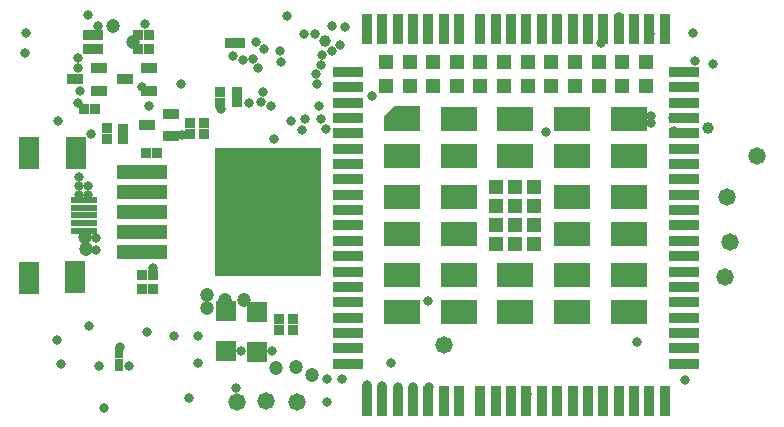
<source format=gbs>
G04 Layer_Color=16711935*
%FSLAX44Y44*%
%MOMM*%
G71*
G01*
G75*
%ADD73R,1.0000X1.0000*%
%ADD93R,0.8232X0.8232*%
%ADD96R,0.8232X0.8232*%
%ADD105R,1.4532X0.9032*%
%ADD111R,1.8032X1.7232*%
%ADD117C,1.2032*%
%ADD118C,0.8032*%
%ADD119C,1.4732*%
%ADD120C,1.0032*%
%ADD121R,2.3032X0.6032*%
%ADD122R,1.7032X2.7032*%
%ADD123R,2.6000X0.9000*%
%ADD124R,0.9000X2.6000*%
%ADD125R,1.2000X1.2000*%
%ADD126R,1.2000X1.2000*%
%ADD127R,3.1000X2.1000*%
%ADD128R,4.2032X1.2725*%
%ADD129R,9.0932X10.8632*%
%ADD130R,0.7432X0.9933*%
G36*
X345445Y244647D02*
X314445D01*
Y257037D01*
X323055Y265647D01*
X345445D01*
Y244647D01*
D02*
G37*
D73*
X329945Y255147D02*
D03*
D93*
X225921Y76087D02*
D03*
Y85087D02*
D03*
X238122Y76055D02*
D03*
Y85055D02*
D03*
X150241Y242132D02*
D03*
Y251132D02*
D03*
X162069Y251187D02*
D03*
Y242187D02*
D03*
X189962Y269078D02*
D03*
Y278078D02*
D03*
X176365Y268508D02*
D03*
Y277508D02*
D03*
X80137Y238068D02*
D03*
Y247068D02*
D03*
X93489Y237615D02*
D03*
Y246615D02*
D03*
D96*
X122500Y226294D02*
D03*
X113500D02*
D03*
X184214Y319340D02*
D03*
X193214D02*
D03*
X118889Y122807D02*
D03*
X109889D02*
D03*
X110199Y110759D02*
D03*
X119199D02*
D03*
X61121Y263015D02*
D03*
X70121D02*
D03*
X73025Y313670D02*
D03*
X64025D02*
D03*
X73025Y326007D02*
D03*
X64025D02*
D03*
X115697D02*
D03*
X106697D02*
D03*
X106635Y313670D02*
D03*
X115634D02*
D03*
D105*
X53357Y288393D02*
D03*
X73356Y278892D02*
D03*
Y297893D02*
D03*
X95421Y288393D02*
D03*
X115420Y278892D02*
D03*
Y297893D02*
D03*
X114217Y249785D02*
D03*
X134216Y240285D02*
D03*
Y259285D02*
D03*
D111*
X206976Y57436D02*
D03*
Y91636D02*
D03*
X180865Y58291D02*
D03*
Y92491D02*
D03*
D117*
X164855Y94490D02*
D03*
X164713Y105810D02*
D03*
X179849Y101471D02*
D03*
X196105D02*
D03*
X107205Y158875D02*
D03*
X120413D02*
D03*
X97553Y192911D02*
D03*
X111269D02*
D03*
X122881D02*
D03*
X61993Y154811D02*
D03*
X62501Y144651D02*
D03*
X85744Y333438D02*
D03*
X102672Y320052D02*
D03*
X240557Y44464D02*
D03*
X254050Y38424D02*
D03*
X223779Y43700D02*
D03*
D118*
X71137Y154303D02*
D03*
Y144143D02*
D03*
X113809Y158875D02*
D03*
X104665Y192911D02*
D03*
X117365D02*
D03*
X56430Y190157D02*
D03*
Y197999D02*
D03*
X56552Y205901D02*
D03*
X64212Y190400D02*
D03*
X64453Y198118D02*
D03*
X429241Y252803D02*
D03*
X569287Y34103D02*
D03*
X451581Y244003D02*
D03*
X73292Y45857D02*
D03*
X98483Y45314D02*
D03*
X513523Y340902D02*
D03*
X526747Y332880D02*
D03*
X578127Y304187D02*
D03*
X576668Y327618D02*
D03*
X200648Y268584D02*
D03*
X176662Y263042D02*
D03*
X157075Y48057D02*
D03*
X41351Y47769D02*
D03*
X37536Y67913D02*
D03*
X137312Y71470D02*
D03*
X157049Y71293D02*
D03*
X149350Y18411D02*
D03*
X55969Y268381D02*
D03*
X72979Y333303D02*
D03*
X64178Y342844D02*
D03*
X109753Y281900D02*
D03*
X112611Y335463D02*
D03*
X114472Y74824D02*
D03*
X206228Y319650D02*
D03*
X287292Y216839D02*
D03*
X284376Y203717D02*
D03*
X270515Y312488D02*
D03*
X281668Y333049D02*
D03*
X261703Y300649D02*
D03*
X261896Y309189D02*
D03*
X271096Y333484D02*
D03*
X278974Y35055D02*
D03*
X217377Y17216D02*
D03*
X203948Y305684D02*
D03*
X212020Y278029D02*
D03*
X210374Y269199D02*
D03*
X265557Y246603D02*
D03*
X219145Y266162D02*
D03*
X235847Y252990D02*
D03*
X261777Y255194D02*
D03*
X90871Y61878D02*
D03*
X266209Y15619D02*
D03*
X119130Y128836D02*
D03*
X266443Y34409D02*
D03*
X248197Y254453D02*
D03*
X245237Y245458D02*
D03*
X115545Y266102D02*
D03*
X77754Y10114D02*
D03*
X539874Y326952D02*
D03*
X340116Y223629D02*
D03*
X352270Y100426D02*
D03*
X220015Y58390D02*
D03*
X11360Y328007D02*
D03*
X11154Y310401D02*
D03*
X11988Y227882D02*
D03*
X66601Y242332D02*
D03*
X221602Y237727D02*
D03*
X143699Y241330D02*
D03*
X56090Y297624D02*
D03*
X55466Y306164D02*
D03*
X38557Y252879D02*
D03*
X57174Y278692D02*
D03*
X116314Y175887D02*
D03*
X108842Y175760D02*
D03*
X194149Y58291D02*
D03*
X304480Y274181D02*
D03*
X277813Y317267D02*
D03*
X422209Y337454D02*
D03*
X435125Y337331D02*
D03*
X448289Y337707D02*
D03*
X528693Y66229D02*
D03*
X435946Y21586D02*
D03*
X339414Y27978D02*
D03*
X352886Y27687D02*
D03*
X326240Y28126D02*
D03*
X313063Y28419D02*
D03*
X300619Y29737D02*
D03*
X321085Y48213D02*
D03*
X189782Y27415D02*
D03*
X143088Y284378D02*
D03*
X593367Y301014D02*
D03*
X560438Y244898D02*
D03*
X64835Y79230D02*
D03*
X559362Y255740D02*
D03*
X527390Y251751D02*
D03*
X527583Y257557D02*
D03*
X533658Y251751D02*
D03*
X533874Y257493D02*
D03*
X540943Y251767D02*
D03*
X540736Y257157D02*
D03*
X498560Y319314D02*
D03*
X256508Y326399D02*
D03*
X247048Y327126D02*
D03*
X232671Y341799D02*
D03*
X212876Y314221D02*
D03*
X208340Y297999D02*
D03*
X187071Y308373D02*
D03*
X259485Y265801D02*
D03*
X258385Y284285D02*
D03*
X257450Y292825D02*
D03*
X195408Y304584D02*
D03*
X226889Y312605D02*
D03*
X227480Y302762D02*
D03*
D119*
X365445Y63703D02*
D03*
X607742Y150375D02*
D03*
X603292Y120704D02*
D03*
X630839Y223650D02*
D03*
X604919Y189184D02*
D03*
X190012Y15621D02*
D03*
X214748Y16088D02*
D03*
X240809Y15619D02*
D03*
D120*
X265118Y320582D02*
D03*
X589236Y246936D02*
D03*
D121*
X60938Y166808D02*
D03*
X60898Y160371D02*
D03*
X60977Y186307D02*
D03*
X60860Y179783D02*
D03*
X60920Y173273D02*
D03*
D122*
X14021Y120460D02*
D03*
X14262Y226236D02*
D03*
X53464Y120666D02*
D03*
X53830Y225881D02*
D03*
D123*
X568945Y294647D02*
D03*
Y281647D02*
D03*
Y47647D02*
D03*
Y60647D02*
D03*
Y73647D02*
D03*
Y86647D02*
D03*
Y99647D02*
D03*
Y112647D02*
D03*
Y125647D02*
D03*
Y138647D02*
D03*
Y151647D02*
D03*
Y164647D02*
D03*
Y177647D02*
D03*
Y190647D02*
D03*
Y203647D02*
D03*
Y216647D02*
D03*
Y229647D02*
D03*
Y242647D02*
D03*
Y255647D02*
D03*
Y268647D02*
D03*
X283945Y47647D02*
D03*
Y60647D02*
D03*
Y73647D02*
D03*
Y86647D02*
D03*
Y99647D02*
D03*
Y112647D02*
D03*
Y125647D02*
D03*
Y138647D02*
D03*
Y151647D02*
D03*
Y164647D02*
D03*
Y177647D02*
D03*
Y190647D02*
D03*
Y203647D02*
D03*
Y216647D02*
D03*
Y229647D02*
D03*
Y242647D02*
D03*
Y255647D02*
D03*
Y268647D02*
D03*
Y294647D02*
D03*
Y281647D02*
D03*
D124*
X409445Y330647D02*
D03*
X396445D02*
D03*
X539445D02*
D03*
X526445D02*
D03*
X513445D02*
D03*
X500445D02*
D03*
X487445D02*
D03*
X474445D02*
D03*
X461445D02*
D03*
X448445D02*
D03*
X435445D02*
D03*
X422445D02*
D03*
X552445D02*
D03*
X378445D02*
D03*
X365445D02*
D03*
X352445D02*
D03*
X339445D02*
D03*
X326445D02*
D03*
X313445D02*
D03*
X300445D02*
D03*
X552445Y15647D02*
D03*
X539445D02*
D03*
X526445D02*
D03*
X513445D02*
D03*
X500445D02*
D03*
X487445D02*
D03*
X474445D02*
D03*
X461445D02*
D03*
X448445D02*
D03*
X435445D02*
D03*
X422445D02*
D03*
X409445D02*
D03*
X300445D02*
D03*
X365445D02*
D03*
X352445D02*
D03*
X339445D02*
D03*
X326445D02*
D03*
X313445D02*
D03*
X378445D02*
D03*
X396445D02*
D03*
D125*
X441945Y197147D02*
D03*
X425945D02*
D03*
X441945Y181147D02*
D03*
X425945D02*
D03*
X441945Y165147D02*
D03*
X425945D02*
D03*
X409945Y197147D02*
D03*
Y181147D02*
D03*
Y165147D02*
D03*
D126*
X441945Y149147D02*
D03*
X425945D02*
D03*
X409945D02*
D03*
X316445Y283147D02*
D03*
X336445D02*
D03*
X356445D02*
D03*
X376445D02*
D03*
X396445D02*
D03*
X416445D02*
D03*
X436445D02*
D03*
X456445D02*
D03*
X476445D02*
D03*
X496445D02*
D03*
X516445D02*
D03*
X536445D02*
D03*
X316445Y303147D02*
D03*
X336445D02*
D03*
X356445D02*
D03*
X376445D02*
D03*
X396445D02*
D03*
X416445D02*
D03*
X436445D02*
D03*
X456445D02*
D03*
X476445D02*
D03*
X496445D02*
D03*
X516445D02*
D03*
X536445D02*
D03*
D127*
X329945Y91147D02*
D03*
X377945D02*
D03*
X425945D02*
D03*
X473945D02*
D03*
X521945D02*
D03*
X329945Y123147D02*
D03*
Y157147D02*
D03*
Y223147D02*
D03*
X377945Y255147D02*
D03*
X425945D02*
D03*
X473945D02*
D03*
X521945D02*
D03*
X377945Y223147D02*
D03*
X425945D02*
D03*
X473945D02*
D03*
X521945D02*
D03*
X329945Y189147D02*
D03*
X377945D02*
D03*
X473945D02*
D03*
X521945D02*
D03*
X377945Y123147D02*
D03*
X425945D02*
D03*
X473945D02*
D03*
X521945D02*
D03*
X377945Y157147D02*
D03*
X473945D02*
D03*
X521945D02*
D03*
D128*
X109984Y141886D02*
D03*
Y175882D02*
D03*
Y158884D02*
D03*
Y192880D02*
D03*
Y209878D02*
D03*
D129*
X216662Y175882D02*
D03*
D130*
X90713Y46360D02*
D03*
Y57261D02*
D03*
M02*

</source>
